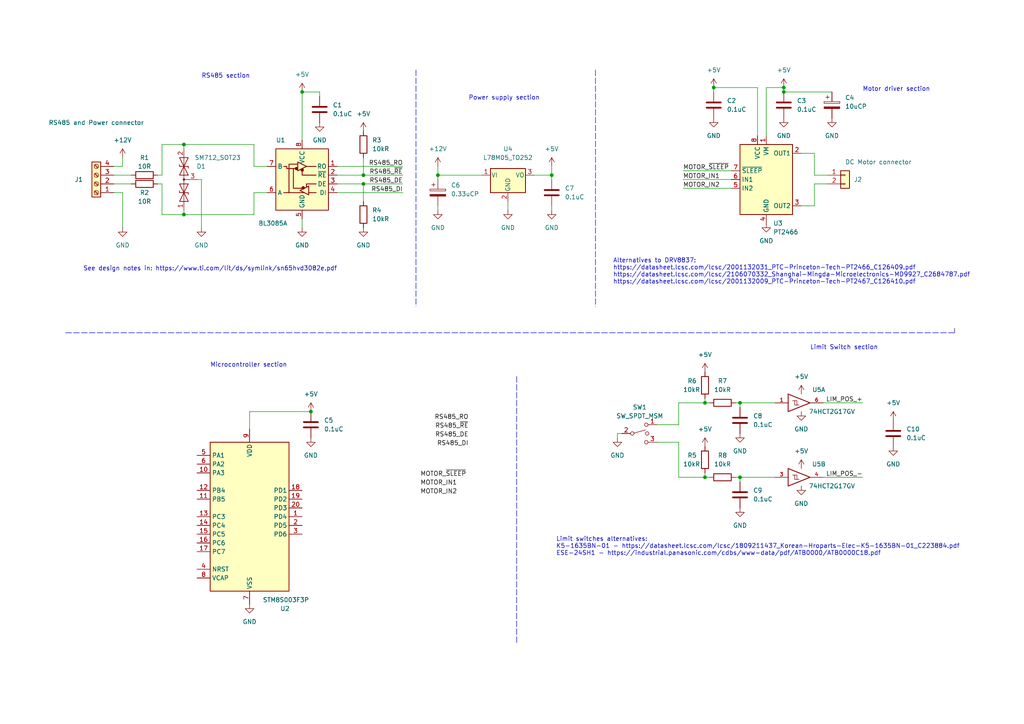
<source format=kicad_sch>
(kicad_sch (version 20211123) (generator eeschema)
  (paper "A4")
  (lib_symbols
    (symbol "74xGxx:74LVC2G17" (pin_names (offset 1.016))
      (property "Reference" "U" (at -2.54 3.81 0))
      (property "Value" "74LVC2G17" (at 0 -3.81 0))
      (symbol "74LVC2G17_0_1"
        (polyline (pts (xy -1.905 0.635) (xy -1.27 0.635) (xy -1.27 -0.635)))
        (polyline (pts (xy -3.81 2.54) (xy -3.81 -2.54) (xy 2.54 0) (xy -3.81 2.54)) (stroke (width 0.254)))
        (polyline (pts (xy -2.54 0.635) (xy -1.905 0.635) (xy -1.905 -0.635) (xy -0.635 -0.635)))
        (pin power_in line (at 0 -2.54 270) (length 0) hide (name "GND") (number "2"))
        (pin power_in line (at 0 2.54 90) (length 0) hide (name "VCC") (number "5"))
      )
      (symbol "74LVC2G17_1_1"
        (pin input line (at -7.62 0 0) (length 3.81) (name "~") (number "1"))
        (pin output line (at 6.35 0 180) (length 3.81) (name "~") (number "6"))
      )
      (symbol "74LVC2G17_2_1"
        (pin input line (at -7.62 0 0) (length 3.81) (name "~") (number "3"))
        (pin output line (at 6.35 0 180) (length 3.81) (name "~") (number "4"))
      )
    )
    (symbol "Connector:Screw_Terminal_01x04" (pin_names (offset 1.016) hide)
      (property "Reference" "J" (at 0 5.08 0))
      (property "Value" "Screw_Terminal_01x04" (at 0 -7.62 0))
      (symbol "Screw_Terminal_01x04_1_1"
        (rectangle (start -1.27 3.81) (end 1.27 -6.35) (stroke (width 0.254)) (fill (type background)))
        (circle (center 0 -5.08) (radius 0.635) (stroke (width 0.1524)))
        (circle (center 0 -2.54) (radius 0.635) (stroke (width 0.1524)))
        (polyline (pts (xy -0.5334 -4.7498) (xy 0.3302 -5.588)) (stroke (width 0.1524)))
        (polyline (pts (xy -0.5334 -2.2098) (xy 0.3302 -3.048)) (stroke (width 0.1524)))
        (polyline (pts (xy -0.5334 0.3302) (xy 0.3302 -0.508)) (stroke (width 0.1524)))
        (polyline (pts (xy -0.5334 2.8702) (xy 0.3302 2.032)) (stroke (width 0.1524)))
        (polyline (pts (xy -0.3556 -4.572) (xy 0.508 -5.4102)) (stroke (width 0.1524)))
        (polyline (pts (xy -0.3556 -2.032) (xy 0.508 -2.8702)) (stroke (width 0.1524)))
        (polyline (pts (xy -0.3556 0.508) (xy 0.508 -0.3302)) (stroke (width 0.1524)))
        (polyline (pts (xy -0.3556 3.048) (xy 0.508 2.2098)) (stroke (width 0.1524)))
        (circle (center 0 0) (radius 0.635) (stroke (width 0.1524)))
        (circle (center 0 2.54) (radius 0.635) (stroke (width 0.1524)))
        (pin passive line (at -5.08 2.54 0) (length 3.81) (name "Pin_1") (number "1"))
        (pin passive line (at -5.08 0 0) (length 3.81) (name "Pin_2") (number "2"))
        (pin passive line (at -5.08 -2.54 0) (length 3.81) (name "Pin_3") (number "3"))
        (pin passive line (at -5.08 -5.08 0) (length 3.81) (name "Pin_4") (number "4"))
      )
    )
    (symbol "Connector_Generic:Conn_01x02" (pin_names (offset 1.016) hide)
      (property "Reference" "J" (at 0 2.54 0))
      (property "Value" "Conn_01x02" (at 0 -5.08 0))
      (symbol "Conn_01x02_1_1"
        (rectangle (start -1.27 -2.413) (end 0 -2.667) (stroke (width 0.1524)))
        (rectangle (start -1.27 0.127) (end 0 -0.127) (stroke (width 0.1524)))
        (rectangle (start -1.27 1.27) (end 1.27 -3.81) (stroke (width 0.254)) (fill (type background)))
        (pin passive line (at -5.08 0 0) (length 3.81) (name "Pin_1") (number "1"))
        (pin passive line (at -5.08 -2.54 0) (length 3.81) (name "Pin_2") (number "2"))
      )
    )
    (symbol "Device:C" (pin_numbers hide) (pin_names (offset 0.254))
      (property "Reference" "C" (at 0.635 2.54 0))
      (property "Value" "C" (at 0.635 -2.54 0))
      (symbol "C_0_1"
        (polyline (pts (xy -2.032 -0.762) (xy 2.032 -0.762)) (stroke (width 0.508)))
        (polyline (pts (xy -2.032 0.762) (xy 2.032 0.762)) (stroke (width 0.508)))
      )
      (symbol "C_1_1"
        (pin passive line (at 0 3.81 270) (length 2.794) (name "~") (number "1"))
        (pin passive line (at 0 -3.81 90) (length 2.794) (name "~") (number "2"))
      )
    )
    (symbol "Device:C_Polarized" (pin_numbers hide) (pin_names (offset 0.254))
      (property "Reference" "C" (at 0.635 2.54 0))
      (property "Value" "C_Polarized" (at 0.635 -2.54 0))
      (symbol "C_Polarized_0_1"
        (rectangle (start -2.286 0.508) (end 2.286 1.016))
        (polyline (pts (xy -1.778 2.286) (xy -0.762 2.286)))
        (polyline (pts (xy -1.27 2.794) (xy -1.27 1.778)))
        (rectangle (start 2.286 -0.508) (end -2.286 -1.016) (fill (type outline)))
      )
      (symbol "C_Polarized_1_1"
        (pin passive line (at 0 3.81 270) (length 2.794) (name "~") (number "1"))
        (pin passive line (at 0 -3.81 90) (length 2.794) (name "~") (number "2"))
      )
    )
    (symbol "Device:R" (pin_numbers hide) (pin_names (offset 0))
      (property "Reference" "R" (at 2.032 0 90))
      (property "Value" "R" (at 0 0 90))
      (symbol "R_0_1"
        (rectangle (start -1.016 -2.54) (end 1.016 2.54) (stroke (width 0.254)))
      )
      (symbol "R_1_1"
        (pin passive line (at 0 3.81 270) (length 1.27) (name "~") (number "1"))
        (pin passive line (at 0 -3.81 90) (length 1.27) (name "~") (number "2"))
      )
    )
    (symbol "Diode:SM712_SOT23" (pin_names (offset 1.016) hide)
      (property "Reference" "D" (at 0 4.445 0))
      (property "Value" "SM712_SOT23" (at 0 2.54 0))
      (symbol "SM712_SOT23_0_0"
        (polyline (pts (xy 0 -1.27) (xy 0 0)))
      )
      (symbol "SM712_SOT23_0_1"
        (polyline (pts (xy -6.35 0) (xy 6.35 0)))
        (polyline (pts (xy -3.302 1.27) (xy -3.81 1.27) (xy -3.81 -1.27) (xy -4.318 -1.27)) (stroke (width 0.2032)))
        (polyline (pts (xy 4.318 1.27) (xy 3.81 1.27) (xy 3.81 -1.27) (xy 3.302 -1.27)) (stroke (width 0.2032)))
        (polyline (pts (xy -6.35 -1.27) (xy -1.27 1.27) (xy -1.27 -1.27) (xy -6.35 1.27) (xy -6.35 -1.27)) (stroke (width 0.2032)))
        (polyline (pts (xy 1.27 -1.27) (xy 1.27 1.27) (xy 6.35 -1.27) (xy 6.35 1.27) (xy 1.27 -1.27)) (stroke (width 0.2032)))
        (circle (center 0 0) (radius 0.254) (fill (type outline)))
      )
      (symbol "SM712_SOT23_1_1"
        (pin passive line (at -8.89 0 0) (length 2.54) (name "A1") (number "1"))
        (pin passive line (at 8.89 0 180) (length 2.54) (name "A2") (number "2"))
        (pin input line (at 0 -3.81 90) (length 2.54) (name "common") (number "3"))
      )
    )
    (symbol "Driver_Motor:DRV8837"
      (property "Reference" "U" (at 6.35 11.43 0))
      (property "Value" "DRV8837" (at -10.16 11.43 0))
      (symbol "DRV8837_0_1"
        (rectangle (start -7.62 10.16) (end 7.62 -10.16) (stroke (width 0.254)) (fill (type background)))
      )
      (symbol "DRV8837_1_1"
        (pin power_in line (at 0 12.7 270) (length 2.54) (name "VM") (number "1"))
        (pin output line (at 10.16 7.62 180) (length 2.54) (name "OUT1") (number "2"))
        (pin output line (at 10.16 -7.62 180) (length 2.54) (name "OUT2") (number "3"))
        (pin power_in line (at 0 -12.7 90) (length 2.54) (name "GND") (number "4"))
        (pin input line (at -10.16 -2.54 0) (length 2.54) (name "IN2") (number "5"))
        (pin input line (at -10.16 0 0) (length 2.54) (name "IN1") (number "6"))
        (pin input line (at -10.16 2.54 0) (length 2.54) (name "~{SLEEP}") (number "7"))
        (pin power_in line (at -2.54 12.7 270) (length 2.54) (name "VCC") (number "8"))
        (pin passive line (at 0 -12.7 90) (length 2.54) hide (name "GND") (number "9"))
      )
    )
    (symbol "Interface_UART:ST485EBDR"
      (property "Reference" "U" (at -6.35 8.89 0))
      (property "Value" "ST485EBDR" (at 1.27 8.89 0))
      (symbol "ST485EBDR_0_1"
        (rectangle (start -7.62 7.62) (end 7.62 -10.16) (stroke (width 0.254)) (fill (type background)))
        (circle (center -0.3048 -3.683) (radius 0.3556) (stroke (width 0.254)) (fill (type outline)))
        (circle (center -0.0254 1.4986) (radius 0.3556) (stroke (width 0.254)) (fill (type outline)))
        (polyline (pts (xy -4.064 -5.08) (xy -1.905 -5.08)) (stroke (width 0.254)))
        (polyline (pts (xy -4.064 2.54) (xy -1.27 2.54)) (stroke (width 0.254)))
        (polyline (pts (xy -1.27 -3.2004) (xy -1.27 -3.4544)) (stroke (width 0.254)))
        (polyline (pts (xy -0.635 -5.08) (xy 5.334 -5.08)) (stroke (width 0.254)))
        (polyline (pts (xy -4.064 -2.54) (xy -1.27 -2.54) (xy -1.27 -3.175)) (stroke (width 0.254)))
        (polyline (pts (xy 0 1.27) (xy 0 0) (xy -4.064 0)) (stroke (width 0.254)))
        (polyline (pts (xy 1.27 3.175) (xy 3.81 3.175) (xy 3.81 -5.08)) (stroke (width 0.254)))
        (polyline (pts (xy 2.54 1.905) (xy 2.54 -3.81) (xy 0 -3.81)) (stroke (width 0.254)))
        (polyline (pts (xy -1.905 -3.175) (xy -1.905 -5.715) (xy 0.635 -4.445) (xy -1.905 -3.175)) (stroke (width 0.254)))
        (polyline (pts (xy -1.27 2.54) (xy 1.27 3.81) (xy 1.27 1.27) (xy -1.27 2.54)) (stroke (width 0.254)))
        (polyline (pts (xy 1.905 1.905) (xy 4.445 1.905) (xy 4.445 2.54) (xy 5.334 2.54)) (stroke (width 0.254)))
        (rectangle (start 1.27 3.175) (end 1.27 3.175))
        (circle (center 1.651 1.905) (radius 0.3556) (stroke (width 0.254)) (fill (type outline)))
      )
      (symbol "ST485EBDR_1_1"
        (pin output line (at -10.16 2.54 0) (length 2.54) (name "RO") (number "1"))
        (pin input line (at -10.16 0 0) (length 2.54) (name "~{RE}") (number "2"))
        (pin input line (at -10.16 -2.54 0) (length 2.54) (name "DE") (number "3"))
        (pin input line (at -10.16 -5.08 0) (length 2.54) (name "DI") (number "4"))
        (pin power_in line (at 0 -12.7 90) (length 2.54) (name "GND") (number "5"))
        (pin bidirectional line (at 10.16 -5.08 180) (length 2.54) (name "A") (number "6"))
        (pin bidirectional line (at 10.16 2.54 180) (length 2.54) (name "B") (number "7"))
        (pin power_in line (at 0 10.16 270) (length 2.54) (name "VCC") (number "8"))
      )
    )
    (symbol "MCU_ST_STM8:STM8S003F3P"
      (property "Reference" "U" (at 1.27 25.4 0))
      (property "Value" "STM8S003F3P" (at 1.27 22.86 0))
      (symbol "STM8S003F3P_0_1"
        (rectangle (start -11.43 21.59) (end 11.43 -21.59) (stroke (width 0.254)) (fill (type background)))
      )
      (symbol "STM8S003F3P_1_1"
        (pin bidirectional line (at 15.24 0 180) (length 3.81) (name "PD4") (number "1"))
        (pin bidirectional line (at -15.24 12.7 0) (length 3.81) (name "PA3") (number "10"))
        (pin bidirectional line (at -15.24 5.08 0) (length 3.81) (name "PB5") (number "11"))
        (pin bidirectional line (at -15.24 7.62 0) (length 3.81) (name "PB4") (number "12"))
        (pin bidirectional line (at -15.24 0 0) (length 3.81) (name "PC3") (number "13"))
        (pin bidirectional line (at -15.24 -2.54 0) (length 3.81) (name "PC4") (number "14"))
        (pin bidirectional line (at -15.24 -5.08 0) (length 3.81) (name "PC5") (number "15"))
        (pin bidirectional line (at -15.24 -7.62 0) (length 3.81) (name "PC6") (number "16"))
        (pin bidirectional line (at -15.24 -10.16 0) (length 3.81) (name "PC7") (number "17"))
        (pin bidirectional line (at 15.24 7.62 180) (length 3.81) (name "PD1") (number "18"))
        (pin bidirectional line (at 15.24 5.08 180) (length 3.81) (name "PD2") (number "19"))
        (pin bidirectional line (at 15.24 -2.54 180) (length 3.81) (name "PD5") (number "2"))
        (pin bidirectional line (at 15.24 2.54 180) (length 3.81) (name "PD3") (number "20"))
        (pin bidirectional line (at 15.24 -5.08 180) (length 3.81) (name "PD6") (number "3"))
        (pin input line (at -15.24 -15.24 0) (length 3.81) (name "NRST") (number "4"))
        (pin bidirectional line (at -15.24 17.78 0) (length 3.81) (name "PA1") (number "5"))
        (pin bidirectional line (at -15.24 15.24 0) (length 3.81) (name "PA2") (number "6"))
        (pin power_in line (at 0 -25.4 90) (length 3.81) (name "VSS") (number "7"))
        (pin passive line (at -15.24 -17.78 0) (length 3.81) (name "VCAP") (number "8"))
        (pin power_in line (at 0 25.4 270) (length 3.81) (name "VDD") (number "9"))
      )
    )
    (symbol "Regulator_Linear:LM78M05_TO252" (pin_names (offset 0.254))
      (property "Reference" "U" (at -3.81 3.175 0))
      (property "Value" "LM78M05_TO252" (at 0 3.175 0))
      (symbol "LM78M05_TO252_0_1"
        (rectangle (start -5.08 1.905) (end 5.08 -5.08) (stroke (width 0.254)) (fill (type background)))
      )
      (symbol "LM78M05_TO252_1_1"
        (pin power_in line (at -7.62 0 0) (length 2.54) (name "VI") (number "1"))
        (pin power_in line (at 0 -7.62 90) (length 2.54) (name "GND") (number "2"))
        (pin power_out line (at 7.62 0 180) (length 2.54) (name "VO") (number "3"))
      )
    )
    (symbol "Switch:SW_SPDT_MSM" (pin_names (offset 0) hide)
      (property "Reference" "SW" (at 0 5.08 0))
      (property "Value" "SW_SPDT_MSM" (at 0 -5.08 0))
      (symbol "SW_SPDT_MSM_0_0"
        (circle (center -2.032 0) (radius 0.508))
        (polyline (pts (xy -1.524 0.127) (xy 1.778 1.016)))
        (circle (center 2.032 -2.54) (radius 0.508))
      )
      (symbol "SW_SPDT_MSM_0_1"
        (circle (center 2.032 2.54) (radius 0.508))
        (circle (center 2.286 0) (radius 0.508))
      )
      (symbol "SW_SPDT_MSM_1_1"
        (pin passive line (at 5.08 2.54 180) (length 2.54) (name "1") (number "1"))
        (pin passive line (at -5.08 0 0) (length 2.54) (name "2") (number "2"))
        (pin passive line (at 5.08 -2.54 180) (length 2.54) (name "3") (number "3"))
      )
    )
    (symbol "power:+12V" (power) (pin_names (offset 0))
      (property "Value" "+12V" (at 0 3.556 0))
      (symbol "+12V_0_1"
        (polyline (pts (xy -0.762 1.27) (xy 0 2.54)))
        (polyline (pts (xy 0 0) (xy 0 2.54)))
        (polyline (pts (xy 0 2.54) (xy 0.762 1.27)))
      )
      (symbol "+12V_1_1"
        (pin power_in line (at 0 0 90) (length 0) hide (name "+12V") (number "1"))
      )
    )
    (symbol "power:+5V" (power) (pin_names (offset 0))
      (property "Value" "+5V" (at 0 3.556 0))
      (symbol "+5V_0_1"
        (polyline (pts (xy -0.762 1.27) (xy 0 2.54)))
        (polyline (pts (xy 0 0) (xy 0 2.54)))
        (polyline (pts (xy 0 2.54) (xy 0.762 1.27)))
      )
      (symbol "+5V_1_1"
        (pin power_in line (at 0 0 90) (length 0) hide (name "+5V") (number "1"))
      )
    )
    (symbol "power:GND" (power) (pin_names (offset 0))
      (property "Value" "GND" (at 0 -3.81 0))
      (symbol "GND_0_1"
        (polyline (pts (xy 0 0) (xy 0 -1.27) (xy 1.27 -1.27) (xy 0 -2.54) (xy -1.27 -1.27) (xy 0 -1.27)))
      )
      (symbol "GND_1_1"
        (pin power_in line (at 0 0 270) (length 0) hide (name "GND") (number "1"))
      )
    )
  )
  (junction (at 105.41 53.34))
  (junction (at 227.33 26.67))
  (junction (at 105.41 50.8))
  (junction (at 214.63 138.43))
  (junction (at 53.34 41.91))
  (junction (at 227.33 25.4))
  (junction (at 207.01 25.4))
  (junction (at 90.17 119.38))
  (junction (at 53.34 62.23))
  (junction (at 204.47 138.43))
  (junction (at 127 50.8))
  (junction (at 204.47 116.84))
  (junction (at 214.63 116.84))
  (junction (at 160.02 50.8))
  (junction (at 87.63 26.67))
  (wire (pts (xy 127 50.8) (xy 139.7 50.8)))
  (wire (pts (xy 57.15 52.07) (xy 58.42 52.07)))
  (polyline (pts (xy 120.65 20.32) (xy 120.65 88.9)))
  (wire (pts (xy 198.12 54.61) (xy 212.09 54.61)))
  (wire (pts (xy 72.39 119.38) (xy 90.17 119.38)))
  (wire (pts (xy 204.47 138.43) (xy 196.85 138.43)))
  (polyline (pts (xy 276.86 95.25) (xy 276.86 96.52)))
  (wire (pts (xy 35.56 55.88) (xy 35.56 66.04)))
  (wire (pts (xy 207.01 25.4) (xy 219.71 25.4)))
  (wire (pts (xy 214.63 138.43) (xy 214.63 139.7)))
  (polyline (pts (xy 149.86 109.22) (xy 149.86 186.69)))
  (wire (pts (xy 204.47 137.16) (xy 204.47 138.43)))
  (wire (pts (xy 33.02 53.34) (xy 38.1 53.34)))
  (wire (pts (xy 127 50.8) (xy 127 52.07)))
  (wire (pts (xy 222.25 39.37) (xy 222.25 25.4)))
  (wire (pts (xy 92.71 27.94) (xy 92.71 26.67)))
  (wire (pts (xy 214.63 138.43) (xy 224.79 138.43)))
  (wire (pts (xy 160.02 48.26) (xy 160.02 50.8)))
  (wire (pts (xy 147.32 58.42) (xy 147.32 60.96)))
  (polyline (pts (xy 172.72 20.32) (xy 172.72 88.9)))
  (wire (pts (xy 127 48.26) (xy 127 50.8)))
  (wire (pts (xy 198.12 49.53) (xy 212.09 49.53)))
  (wire (pts (xy 97.79 48.26) (xy 116.84 48.26)))
  (wire (pts (xy 97.79 53.34) (xy 105.41 53.34)))
  (wire (pts (xy 196.85 116.84) (xy 204.47 116.84)))
  (wire (pts (xy 97.79 55.88) (xy 116.84 55.88)))
  (wire (pts (xy 46.99 53.34) (xy 46.99 62.23)))
  (wire (pts (xy 73.66 48.26) (xy 77.47 48.26)))
  (wire (pts (xy 33.02 50.8) (xy 38.1 50.8)))
  (wire (pts (xy 196.85 123.19) (xy 196.85 116.84)))
  (wire (pts (xy 179.07 125.73) (xy 179.07 127)))
  (wire (pts (xy 87.63 63.5) (xy 87.63 66.04)))
  (wire (pts (xy 105.41 53.34) (xy 105.41 58.42)))
  (wire (pts (xy 53.34 62.23) (xy 53.34 60.96)))
  (wire (pts (xy 238.76 138.43) (xy 250.19 138.43)))
  (polyline (pts (xy 19.05 96.52) (xy 276.86 96.52)))
  (wire (pts (xy 236.22 44.45) (xy 236.22 50.8)))
  (wire (pts (xy 46.99 50.8) (xy 46.99 41.91)))
  (wire (pts (xy 204.47 115.57) (xy 204.47 116.84)))
  (wire (pts (xy 46.99 62.23) (xy 53.34 62.23)))
  (wire (pts (xy 204.47 116.84) (xy 205.74 116.84)))
  (wire (pts (xy 73.66 41.91) (xy 73.66 48.26)))
  (wire (pts (xy 238.76 116.84) (xy 250.19 116.84)))
  (wire (pts (xy 180.34 125.73) (xy 179.07 125.73)))
  (wire (pts (xy 214.63 116.84) (xy 214.63 118.11)))
  (wire (pts (xy 45.72 50.8) (xy 46.99 50.8)))
  (wire (pts (xy 87.63 26.67) (xy 87.63 40.64)))
  (wire (pts (xy 213.36 138.43) (xy 214.63 138.43)))
  (wire (pts (xy 35.56 48.26) (xy 35.56 45.72)))
  (wire (pts (xy 227.33 25.4) (xy 227.33 26.67)))
  (wire (pts (xy 236.22 53.34) (xy 236.22 59.69)))
  (wire (pts (xy 207.01 25.4) (xy 207.01 26.67)))
  (wire (pts (xy 154.94 50.8) (xy 160.02 50.8)))
  (wire (pts (xy 53.34 41.91) (xy 73.66 41.91)))
  (wire (pts (xy 160.02 59.69) (xy 160.02 60.96)))
  (wire (pts (xy 33.02 48.26) (xy 35.56 48.26)))
  (wire (pts (xy 236.22 59.69) (xy 232.41 59.69)))
  (wire (pts (xy 160.02 50.8) (xy 160.02 52.07)))
  (wire (pts (xy 222.25 25.4) (xy 227.33 25.4)))
  (wire (pts (xy 214.63 116.84) (xy 224.79 116.84)))
  (wire (pts (xy 240.03 53.34) (xy 236.22 53.34)))
  (wire (pts (xy 190.5 123.19) (xy 196.85 123.19)))
  (wire (pts (xy 213.36 116.84) (xy 214.63 116.84)))
  (wire (pts (xy 105.41 53.34) (xy 116.84 53.34)))
  (wire (pts (xy 196.85 138.43) (xy 196.85 128.27)))
  (wire (pts (xy 46.99 41.91) (xy 53.34 41.91)))
  (wire (pts (xy 196.85 128.27) (xy 190.5 128.27)))
  (wire (pts (xy 204.47 138.43) (xy 205.74 138.43)))
  (wire (pts (xy 219.71 39.37) (xy 219.71 25.4)))
  (wire (pts (xy 105.41 50.8) (xy 116.84 50.8)))
  (wire (pts (xy 45.72 53.34) (xy 46.99 53.34)))
  (wire (pts (xy 73.66 55.88) (xy 73.66 62.23)))
  (wire (pts (xy 77.47 55.88) (xy 73.66 55.88)))
  (wire (pts (xy 53.34 41.91) (xy 53.34 43.18)))
  (wire (pts (xy 33.02 55.88) (xy 35.56 55.88)))
  (wire (pts (xy 72.39 124.46) (xy 72.39 119.38)))
  (wire (pts (xy 232.41 44.45) (xy 236.22 44.45)))
  (wire (pts (xy 236.22 50.8) (xy 240.03 50.8)))
  (wire (pts (xy 97.79 50.8) (xy 105.41 50.8)))
  (wire (pts (xy 105.41 50.8) (xy 105.41 45.72)))
  (wire (pts (xy 127 59.69) (xy 127 60.96)))
  (wire (pts (xy 58.42 52.07) (xy 58.42 66.04)))
  (wire (pts (xy 92.71 26.67) (xy 87.63 26.67)))
  (wire (pts (xy 198.12 52.07) (xy 212.09 52.07)))
  (wire (pts (xy 227.33 26.67) (xy 241.3 26.67)))
  (wire (pts (xy 73.66 62.23) (xy 53.34 62.23)))
  (text "Microcontroller section" (at 60.96 106.68 0) (effects (font (size 1.27 1.27)) (justify left bottom)))
  (text "Limit Switch section" (at 234.95 101.6 0) (effects (font (size 1.27 1.27)) (justify left bottom)))
  (text "Limit switches alternatives:\nK5-1635BN-01 - https://datasheet.lcsc.com/lcsc/1809211437_Korean-Hroparts-Elec-K5-1635BN-01_C223884.pdf\nESE-24SH1 - https://industrial.panasonic.com/cdbs/www-data/pdf/ATB0000/ATB0000C18.pdf" (at 161.29 161.29 0) (effects (font (size 1.27 1.27)) (justify left bottom)))
  (text "Motor driver section" (at 250.19 26.67 0) (effects (font (size 1.27 1.27)) (justify left bottom)))
  (text "Alternatives to DRV8837:\nhttps://datasheet.lcsc.com/lcsc/2001132031_PTC-Princeton-Tech-PT2466_C126409.pdf\nhttps://datasheet.lcsc.com/lcsc/2106070332_Shanghai-Mingda-Microelectronics-MD9927_C2684787.pdf\nhttps://datasheet.lcsc.com/lcsc/2001132009_PTC-Princeton-Tech-PT2467_C126410.pdf" (at 177.8 82.55 0) (effects (font (size 1.27 1.27)) (justify left bottom)))
  (text "Power supply section" (at 135.89 29.21 0) (effects (font (size 1.27 1.27)) (justify left bottom)))
  (text "RS485 section" (at 58.42 22.86 0) (effects (font (size 1.27 1.27)) (justify left bottom)))
  (text "See design notes in: https://www.ti.com/lit/ds/symlink/sn65hvd3082e.pdf" (at 24.13 78.74 0) (effects (font (size 1.27 1.27)) (justify left bottom)))
  (label "MOTOR_IN2" (at 121.92 143.51 0))
  (label "MOTOR_~{SLEEP}" (at 198.12 49.53 0))
  (label "MOTOR_IN1" (at 198.12 52.07 0))
  (label "RS485_RO" (at 116.84 48.26 180))
  (label "RS485_DE" (at 116.84 53.34 180))
  (label "LIM_POS_+" (at 250.19 116.84 180))
  (label "MOTOR_IN2" (at 198.12 54.61 0))
  (label "RS485_DE" (at 135.89 127 180))
  (label "RS485_DI" (at 135.89 129.54 180))
  (label "LIM_POS_-" (at 250.19 138.43 180))
  (label "RS485_DI" (at 116.84 55.88 180))
  (label "MOTOR_IN1" (at 121.92 140.97 0))
  (label "MOTOR_~{SLEEP}" (at 121.92 138.43 0))
  (label "RS485_~{RE}" (at 116.84 50.8 180))
  (label "RS485_RO" (at 135.89 121.92 180))
  (label "RS485_~{RE}" (at 135.89 124.46 180))
  (symbol (lib_id "power:+12V") (at 127 48.26 0) (unit 1)
    (property "Reference" "#PWR09" (effects hide))
    (property "Value" "+12V" (at 127 43.18 0))
  )
  (symbol (lib_id "Device:R") (at 204.47 111.76 0) (unit 1)
    (property "Reference" "R6" (at 199.39 110.49 0) (effects (justify left)))
    (property "Value" "10kR" (at 198.12 113.03 0) (effects (justify left)))
    (property "Footprint" "Resistor_SMD:R_0805_2012Metric_Pad1.20x1.40mm_HandSolder" (effects hide))
    (property "Manufacturer Part Number" "tbd" (effects hide))
  )
  (symbol (lib_id "power:+5V") (at 160.02 48.26 0) (unit 1)
    (property "Reference" "#PWR010" (effects hide))
    (property "Value" "+5V" (at 160.02 43.18 0))
  )
  (symbol (lib_id "Device:C_Polarized") (at 127 55.88 0) (unit 1)
    (property "Reference" "C6" (at 130.81 53.7209 0) (effects (justify left)))
    (property "Value" "0.33uCP" (at 130.81 56.2609 0) (effects (justify left)))
    (property "Footprint" "Capacitor_Tantalum_SMD:CP_EIA-3216-18_Kemet-A_Pad1.58x1.35mm_HandSolder" (effects hide))
    (property "Datasheet" "https://datasheet.lcsc.com/lcsc/1811071215_AVX-TAJA334K035RNJ_C8014.pdf" (effects hide))
    (property "Manufacturer Part Number" "TAJA334K035RNJ" (effects hide))
  )
  (symbol (lib_id "Device:R") (at 209.55 138.43 90) (unit 1)
    (property "Reference" "R8" (at 209.55 132.08 90))
    (property "Value" "10kR" (at 209.55 134.62 90))
    (property "Footprint" "Resistor_SMD:R_0805_2012Metric_Pad1.20x1.40mm_HandSolder" (effects hide))
    (property "Manufacturer Part Number" "tbd" (effects hide))
  )
  (symbol (lib_id "Interface_UART:ST485EBDR") (at 87.63 50.8 0) (mirror y) (unit 1)
    (property "Reference" "U1" (at 80.01 40.64 0) (effects (justify right)))
    (property "Value" "BL3085A" (at 74.93 64.77 0) (effects (justify right)))
    (property "Footprint" "Package_SO:SOIC-8_3.9x4.9mm_P1.27mm" (effects hide))
    (property "Datasheet" "https://datasheet.lcsc.com/lcsc/1811151435_BL-Shanghai-Belling-BL3085A_C90480.pdf" (effects hide))
    (property "Manufacturer Part Number" "BL3085A" (effects hide))
  )
  (symbol (lib_id "power:GND") (at 127 60.96 0) (unit 1)
    (property "Reference" "#PWR017" (effects hide))
    (property "Value" "GND" (at 127 66.04 0))
  )
  (symbol (lib_id "Device:C") (at 214.63 143.51 0) (unit 1)
    (property "Reference" "C9" (at 218.44 142.2399 0) (effects (justify left)))
    (property "Value" "0.1uC" (at 218.44 144.7799 0) (effects (justify left)))
    (property "Footprint" "Capacitor_SMD:C_0805_2012Metric_Pad1.18x1.45mm_HandSolder" (effects hide))
    (property "Datasheet" "https://datasheet.lcsc.com/lcsc/2006111832_YAGEO-CC0805KRX7R8BB104_C519981.pdf" (effects hide))
    (property "Manufacturer Part Number" "CC0805KRX7R8BB104" (effects hide))
  )
  (symbol (lib_id "power:GND") (at 241.3 34.29 0) (unit 1)
    (property "Reference" "#PWR012" (effects hide))
    (property "Value" "GND" (at 241.3 39.37 0))
  )
  (symbol (lib_id "Diode:SM712_SOT23") (at 53.34 52.07 90) (unit 1)
    (property "Reference" "D1" (at 59.69 48.26 90) (effects (justify left)))
    (property "Value" "SM712_SOT23" (at 69.85 45.72 90) (effects (justify left)))
    (property "Footprint" "Package_TO_SOT_SMD:SOT-23" (effects hide))
    (property "Datasheet" "https://datasheet.lcsc.com/lcsc/2108131930_TECH-PUBLIC-SM712_C521963.pdf" (effects hide))
    (property "Manufacturer Part Number" "SM712" (effects hide))
  )
  (symbol (lib_id "Device:R") (at 209.55 116.84 90) (unit 1)
    (property "Reference" "R7" (at 209.55 110.49 90))
    (property "Value" "10kR" (at 209.55 113.03 90))
    (property "Footprint" "Resistor_SMD:R_0805_2012Metric_Pad1.20x1.40mm_HandSolder" (effects hide))
    (property "Manufacturer Part Number" "tbd" (effects hide))
  )
  (symbol (lib_id "power:+5V") (at 204.47 129.54 0) (unit 1)
    (property "Reference" "#PWR024" (effects hide))
    (property "Value" "+5V" (at 204.47 124.46 0))
  )
  (symbol (lib_id "Connector_Generic:Conn_01x02") (at 245.11 50.8 0) (unit 1)
    (property "Reference" "J2" (at 247.65 52.0699 0) (effects (justify left)))
    (property "Value" "DC Motor connector" (at 245.11 46.99 0) (effects (justify left)))
    (property "Footprint" "Connector_JST:JST_PH_S2B-PH-K_1x02_P2.00mm_Horizontal" (effects hide))
    (property "Datasheet" "http://www.jst-mfg.com/product/pdf/eng/ePH.pdf" (effects hide))
    (property "Manufacturer Part Number" "S2B-PH-K-S(LF)(SN)" (effects hide))
  )
  (symbol (lib_id "power:GND") (at 160.02 60.96 0) (unit 1)
    (property "Reference" "#PWR021" (effects hide))
    (property "Value" "GND" (at 160.02 66.04 0))
  )
  (symbol (lib_id "power:GND") (at 222.25 64.77 0) (unit 1)
    (property "Reference" "#PWR014" (effects hide))
    (property "Value" "GND" (at 222.25 69.85 0))
  )
  (symbol (lib_id "Device:R") (at 105.41 41.91 0) (unit 1)
    (property "Reference" "R3" (at 107.95 40.6399 0) (effects (justify left)))
    (property "Value" "10kR" (at 107.95 43.1799 0) (effects (justify left)))
    (property "Footprint" "Resistor_SMD:R_0805_2012Metric_Pad1.20x1.40mm_HandSolder" (effects hide))
    (property "Manufacturer Part Number" "tbd" (effects hide))
  )
  (symbol (lib_id "power:GND") (at 232.41 140.97 0) (unit 1)
    (property "Reference" "#PWR030" (effects hide))
    (property "Value" "GND" (at 232.41 146.05 0))
  )
  (symbol (lib_id "power:+5V") (at 87.63 26.67 0) (unit 1)
    (property "Reference" "#PWR08" (effects hide))
    (property "Value" "+5V" (at 87.63 21.59 0))
  )
  (symbol (lib_id "power:GND") (at 92.71 35.56 0) (unit 1)
    (property "Reference" "#PWR05" (effects hide))
    (property "Value" "GND" (at 92.71 40.64 0))
  )
  (symbol (lib_id "power:GND") (at 232.41 119.38 0) (unit 1)
    (property "Reference" "#PWR028" (effects hide))
    (property "Value" "GND" (at 232.41 124.46 0))
  )
  (symbol (lib_id "74xGxx:74LVC2G17") (at 232.41 116.84 0) (unit 1)
    (property "Reference" "U5" (at 237.49 113.03 0))
    (property "Value" "74HCT2G17GV" (at 241.3 119.38 0))
    (property "Footprint" "Package_SO:TSOP-6_1.65x3.05mm_P0.95mm" (effects hide))
    (property "Datasheet" "https://datasheet.lcsc.com/lcsc/2007022314_Nexperia-74HCT2G17GV-125_C547566.pdf" (effects hide))
    (property "Manufacturer Part Number" "74HCT2G17GV,125" (effects hide))
  )
  (symbol (lib_id "Driver_Motor:DRV8837") (at 222.25 52.07 0) (unit 1)
    (property "Reference" "U3" (at 224.2694 64.77 0) (effects (justify left)))
    (property "Value" "PT2466" (at 224.2694 67.31 0) (effects (justify left)))
    (property "Footprint" "Package_SO:SOP-8_3.9x4.9mm_P1.27mm" (effects hide))
    (property "Datasheet" "https://datasheet.lcsc.com/lcsc/2001132031_PTC-Princeton-Tech-PT2466_C126409.pdf" (effects hide))
    (property "Manufacturer Part Number" "PT2466" (effects hide))
  )
  (symbol (lib_id "74xGxx:74LVC2G17") (at 232.41 138.43 0) (unit 2)
    (property "Reference" "U5" (at 237.49 134.62 0))
    (property "Value" "74HCT2G17GV" (at 241.3 140.97 0))
    (property "Footprint" "Package_SO:TSOP-6_1.65x3.05mm_P0.95mm" (effects hide))
    (property "Datasheet" "https://datasheet.lcsc.com/lcsc/2007022314_Nexperia-74HCT2G17GV-125_C547566.pdf" (effects hide))
    (property "Manufacturer Part Number" "74HCT2G17GV,125" (effects hide))
  )
  (symbol (lib_id "power:GND") (at 58.42 66.04 0) (unit 1)
    (property "Reference" "#PWR03" (effects hide))
    (property "Value" "GND" (at 58.42 71.12 0))
  )
  (symbol (lib_id "power:+5V") (at 232.41 135.89 0) (unit 1)
    (property "Reference" "#PWR029" (effects hide))
    (property "Value" "+5V" (at 232.41 130.81 0))
  )
  (symbol (lib_id "Device:C") (at 227.33 30.48 0) (unit 1)
    (property "Reference" "C3" (at 231.14 29.2099 0) (effects (justify left)))
    (property "Value" "0.1uC" (at 231.14 31.7499 0) (effects (justify left)))
    (property "Footprint" "Capacitor_SMD:C_0805_2012Metric_Pad1.18x1.45mm_HandSolder" (effects hide))
    (property "Datasheet" "https://datasheet.lcsc.com/lcsc/2006111832_YAGEO-CC0805KRX7R8BB104_C519981.pdf" (effects hide))
    (property "Manufacturer Part Number" "CC0805KRX7R8BB104" (effects hide))
  )
  (symbol (lib_id "power:GND") (at 105.41 66.04 0) (unit 1)
    (property "Reference" "#PWR07" (effects hide))
    (property "Value" "GND" (at 105.41 71.12 0))
  )
  (symbol (lib_id "Regulator_Linear:LM78M05_TO252") (at 147.32 50.8 0) (unit 1)
    (property "Reference" "U4" (at 147.32 43.18 0))
    (property "Value" "L78M05_TO252" (at 147.32 45.72 0))
    (property "Footprint" "Package_TO_SOT_SMD:TO-252-2" (effects hide))
    (property "Datasheet" "https://datasheet.lcsc.com/lcsc/2112291530_STMicroelectronics-L78M05CDT-TR_C55509.pdf" (effects hide))
    (property "Manufacturer Part Number" "L78M05CDT-TR" (effects hide))
  )
  (symbol (lib_id "Device:C") (at 259.08 125.73 0) (unit 1)
    (property "Reference" "C10" (at 262.89 124.4599 0) (effects (justify left)))
    (property "Value" "0.1uC" (at 262.89 126.9999 0) (effects (justify left)))
    (property "Footprint" "Capacitor_SMD:C_0805_2012Metric_Pad1.18x1.45mm_HandSolder" (effects hide))
    (property "Datasheet" "https://datasheet.lcsc.com/lcsc/2006111832_YAGEO-CC0805KRX7R8BB104_C519981.pdf" (effects hide))
    (property "Manufacturer Part Number" "CC0805KRX7R8BB104" (effects hide))
  )
  (symbol (lib_id "power:+5V") (at 105.41 38.1 0) (unit 1)
    (property "Reference" "#PWR06" (effects hide))
    (property "Value" "+5V" (at 105.41 33.02 0))
  )
  (symbol (lib_id "power:GND") (at 227.33 34.29 0) (unit 1)
    (property "Reference" "#PWR015" (effects hide))
    (property "Value" "GND" (at 227.33 39.37 0))
  )
  (symbol (lib_id "power:GND") (at 90.17 127 0) (unit 1)
    (property "Reference" "#PWR019" (effects hide))
    (property "Value" "GND" (at 90.17 132.08 0))
  )
  (symbol (lib_id "power:GND") (at 259.08 129.54 0) (unit 1)
    (property "Reference" "#PWR032" (effects hide))
    (property "Value" "GND" (at 259.08 134.62 0))
  )
  (symbol (lib_id "power:+12V") (at 35.56 45.72 0) (unit 1)
    (property "Reference" "#PWR01" (effects hide))
    (property "Value" "+12V" (at 35.56 40.64 0))
  )
  (symbol (lib_id "Device:R") (at 204.47 133.35 0) (unit 1)
    (property "Reference" "R5" (at 199.39 132.08 0) (effects (justify left)))
    (property "Value" "10kR" (at 198.12 134.62 0) (effects (justify left)))
    (property "Footprint" "Resistor_SMD:R_0805_2012Metric_Pad1.20x1.40mm_HandSolder" (effects hide))
    (property "Manufacturer Part Number" "tbd" (effects hide))
  )
  (symbol (lib_id "Device:C") (at 160.02 55.88 0) (unit 1)
    (property "Reference" "C7" (at 163.83 54.6099 0) (effects (justify left)))
    (property "Value" "0.1uC" (at 163.83 57.1499 0) (effects (justify left)))
    (property "Footprint" "Capacitor_SMD:C_0805_2012Metric_Pad1.18x1.45mm_HandSolder" (effects hide))
    (property "Datasheet" "https://datasheet.lcsc.com/lcsc/2006111832_YAGEO-CC0805KRX7R8BB104_C519981.pdf" (effects hide))
    (property "Manufacturer Part Number" "CC0805KRX7R8BB104" (effects hide))
  )
  (symbol (lib_id "power:+5V") (at 232.41 114.3 0) (unit 1)
    (property "Reference" "#PWR027" (effects hide))
    (property "Value" "+5V" (at 232.41 109.22 0))
  )
  (symbol (lib_id "Device:C") (at 207.01 30.48 0) (unit 1)
    (property "Reference" "C2" (at 210.82 29.2099 0) (effects (justify left)))
    (property "Value" "0.1uC" (at 210.82 31.7499 0) (effects (justify left)))
    (property "Footprint" "Capacitor_SMD:C_0805_2012Metric_Pad1.18x1.45mm_HandSolder" (effects hide))
    (property "Datasheet" "https://datasheet.lcsc.com/lcsc/2006111832_YAGEO-CC0805KRX7R8BB104_C519981.pdf" (effects hide))
    (property "Manufacturer Part Number" "CC0805KRX7R8BB104" (effects hide))
  )
  (symbol (lib_id "power:GND") (at 214.63 147.32 0) (unit 1)
    (property "Reference" "#PWR026" (effects hide))
    (property "Value" "GND" (at 214.63 152.4 0))
  )
  (symbol (lib_id "power:GND") (at 72.39 175.26 0) (unit 1)
    (property "Reference" "#PWR0101" (effects hide))
    (property "Value" "GND" (at 72.39 180.34 0))
  )
  (symbol (lib_id "power:GND") (at 179.07 127 0) (unit 1)
    (property "Reference" "#PWR022" (effects hide))
    (property "Value" "GND" (at 179.07 132.08 0))
  )
  (symbol (lib_id "power:GND") (at 207.01 34.29 0) (unit 1)
    (property "Reference" "#PWR013" (effects hide))
    (property "Value" "GND" (at 207.01 39.37 0))
  )
  (symbol (lib_id "Device:C") (at 92.71 31.75 0) (unit 1)
    (property "Reference" "C1" (at 96.52 30.4799 0) (effects (justify left)))
    (property "Value" "0.1uC" (at 96.52 33.0199 0) (effects (justify left)))
    (property "Footprint" "Capacitor_SMD:C_0805_2012Metric_Pad1.18x1.45mm_HandSolder" (effects hide))
    (property "Datasheet" "https://datasheet.lcsc.com/lcsc/2006111832_YAGEO-CC0805KRX7R8BB104_C519981.pdf" (effects hide))
    (property "Manufacturer Part Number" "CC0805KRX7R8BB104" (effects hide))
  )
  (symbol (lib_id "power:+5V") (at 259.08 121.92 0) (unit 1)
    (property "Reference" "#PWR031" (effects hide))
    (property "Value" "+5V" (at 259.08 116.84 0))
  )
  (symbol (lib_id "MCU_ST_STM8:STM8S003F3P") (at 72.39 149.86 0) (unit 1)
    (property "Reference" "U2" (at 81.28 176.53 0) (effects (justify left)))
    (property "Value" "STM8S003F3P" (at 76.2 173.99 0) (effects (justify left)))
    (property "Footprint" "Package_SO:TSSOP-20_4.4x6.5mm_P0.65mm" (effects hide))
    (property "Datasheet" "http://www.st.com/st-web-ui/static/active/en/resource/technical/document/datasheet/DM00024550.pdf" (effects hide))
  )
  (symbol (lib_id "power:GND") (at 147.32 60.96 0) (unit 1)
    (property "Reference" "#PWR020" (effects hide))
    (property "Value" "GND" (at 147.32 66.04 0))
  )
  (symbol (lib_id "Device:C") (at 90.17 123.19 0) (unit 1)
    (property "Reference" "C5" (at 93.98 121.9199 0) (effects (justify left)))
    (property "Value" "0.1uC" (at 93.98 124.4599 0) (effects (justify left)))
    (property "Footprint" "Capacitor_SMD:C_0805_2012Metric_Pad1.18x1.45mm_HandSolder" (effects hide))
    (property "Datasheet" "https://datasheet.lcsc.com/lcsc/2006111832_YAGEO-CC0805KRX7R8BB104_C519981.pdf" (effects hide))
    (property "Manufacturer Part Number" "CC0805KRX7R8BB104" (effects hide))
  )
  (symbol (lib_id "Device:C") (at 214.63 121.92 0) (unit 1)
    (property "Reference" "C8" (at 218.44 120.6499 0) (effects (justify left)))
    (property "Value" "0.1uC" (at 218.44 123.1899 0) (effects (justify left)))
    (property "Footprint" "Capacitor_SMD:C_0805_2012Metric_Pad1.18x1.45mm_HandSolder" (effects hide))
    (property "Datasheet" "https://datasheet.lcsc.com/lcsc/2006111832_YAGEO-CC0805KRX7R8BB104_C519981.pdf" (effects hide))
    (property "Manufacturer Part Number" "CC0805KRX7R8BB104" (effects hide))
  )
  (symbol (lib_id "power:GND") (at 35.56 66.04 0) (unit 1)
    (property "Reference" "#PWR02" (effects hide))
    (property "Value" "GND" (at 35.56 71.12 0))
  )
  (symbol (lib_id "power:+5V") (at 207.01 25.4 0) (unit 1)
    (property "Reference" "#PWR011" (effects hide))
    (property "Value" "+5V" (at 207.01 20.32 0))
  )
  (symbol (lib_id "Device:R") (at 41.91 53.34 90) (unit 1)
    (property "Reference" "R2" (at 41.91 55.88 90))
    (property "Value" "10R" (at 41.91 58.42 90))
    (property "Footprint" "Resistor_SMD:R_0805_2012Metric_Pad1.20x1.40mm_HandSolder" (effects hide))
    (property "Manufacturer Part Number" "tbd" (effects hide))
  )
  (symbol (lib_id "power:GND") (at 87.63 66.04 0) (unit 1)
    (property "Reference" "#PWR04" (effects hide))
    (property "Value" "GND" (at 87.63 71.12 0))
  )
  (symbol (lib_id "Device:R") (at 41.91 50.8 90) (unit 1)
    (property "Reference" "R1" (at 41.91 45.72 90))
    (property "Value" "10R" (at 41.91 48.26 90))
    (property "Footprint" "Resistor_SMD:R_0805_2012Metric_Pad1.20x1.40mm_HandSolder" (effects hide))
    (property "Manufacturer Part Number" "tbd" (effects hide))
  )
  (symbol (lib_id "Device:R") (at 105.41 62.23 0) (unit 1)
    (property "Reference" "R4" (at 107.95 60.9599 0) (effects (justify left)))
    (property "Value" "10kR" (at 107.95 63.4999 0) (effects (justify left)))
    (property "Footprint" "Resistor_SMD:R_0805_2012Metric_Pad1.20x1.40mm_HandSolder" (effects hide))
    (property "Manufacturer Part Number" "tbd" (effects hide))
  )
  (symbol (lib_id "Switch:SW_SPDT_MSM") (at 185.42 125.73 0) (unit 1)
    (property "Reference" "SW1" (at 185.547 118.11 0))
    (property "Value" "SW_SPDT_MSM" (at 185.547 120.65 0))
    (property "Datasheet" "https://datasheet.lcsc.com/lcsc/1810122028_PANASONIC-ESE24MH1T_C79145.pdf" (effects hide))
    (property "Manufacturer Part Number" "ESE24MH1T" (effects hide))
  )
  (symbol (lib_id "power:+5V") (at 227.33 25.4 0) (unit 1)
    (property "Reference" "#PWR016" (effects hide))
    (property "Value" "+5V" (at 227.33 20.32 0))
  )
  (symbol (lib_id "Connector:Screw_Terminal_01x04") (at 27.94 53.34 180) (unit 1)
    (property "Reference" "J1" (at 22.86 52.07 0))
    (property "Value" "RS485 and Power connector" (at 27.94 35.56 0))
    (property "Footprint" "Connector_custom:JILN JL301-50004U01" (effects hide))
    (property "Datasheet" "https://datasheet.lcsc.com/lcsc/2201180400_JILN-JL301-50004U01_C1509680.pdf" (effects hide))
    (property "Manufacturer Part Number" "JL301-50004U01" (effects hide))
  )
  (symbol (lib_id "power:+5V") (at 204.47 107.95 0) (unit 1)
    (property "Reference" "#PWR023" (effects hide))
    (property "Value" "+5V" (at 204.47 102.87 0))
  )
  (symbol (lib_id "power:GND") (at 214.63 125.73 0) (unit 1)
    (property "Reference" "#PWR025" (effects hide))
    (property "Value" "GND" (at 214.63 130.81 0))
  )
  (symbol (lib_id "Device:C_Polarized") (at 241.3 30.48 0) (unit 1)
    (property "Reference" "C4" (at 245.11 28.3209 0) (effects (justify left)))
    (property "Value" "10uCP" (at 245.11 30.8609 0) (effects (justify left)))
  )
  (symbol (lib_id "power:+5V") (at 90.17 119.38 0) (unit 1)
    (property "Reference" "#PWR018" (effects hide))
    (property "Value" "+5V" (at 90.17 114.3 0))
  )
)
</source>
